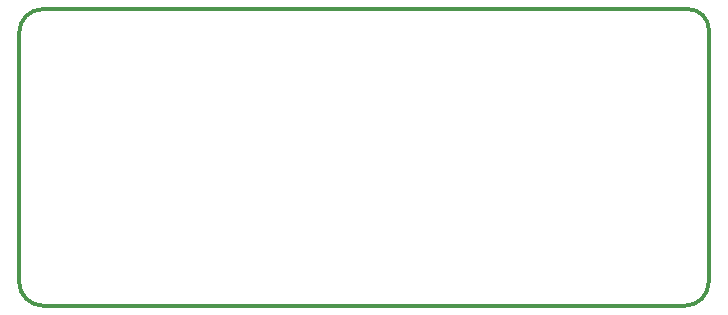
<source format=gm1>
G04*
G04 #@! TF.GenerationSoftware,Altium Limited,Altium Designer,20.0.10 (225)*
G04*
G04 Layer_Color=16711935*
%FSLAX25Y25*%
%MOIN*%
G70*
G01*
G75*
%ADD14C,0.01181*%
D14*
X486500Y401126D02*
G03*
X494374Y409000I0J7874D01*
G01*
X494424Y493057D02*
G03*
X487481Y500000I-6943J0D01*
G01*
X272400Y499974D02*
G03*
X264526Y492100I0J-7874D01*
G01*
X264500Y409000D02*
G03*
X272374Y401126I7874J0D01*
G01*
X486500Y401100D01*
Y401126D01*
X494374Y409000D02*
X494400Y408900D01*
Y492100D01*
X494402Y493045D01*
X494424Y493057D01*
X272500Y500000D02*
X487481D01*
X272400Y499974D02*
X272500Y500000D01*
X264500Y492200D02*
X264526Y492100D01*
X264500Y409000D02*
Y492200D01*
X486500Y401126D02*
G03*
X494374Y409000I0J7874D01*
G01*
X494424Y493057D02*
G03*
X487481Y500000I-6943J0D01*
G01*
X272400Y499974D02*
G03*
X264526Y492100I0J-7874D01*
G01*
X264500Y409000D02*
G03*
X272374Y401126I7874J0D01*
G01*
X486500Y401100D01*
Y401126D01*
X494374Y409000D02*
X494400Y408900D01*
Y492100D01*
X494402Y493045D01*
X494424Y493057D01*
X272500Y500000D02*
X487481D01*
X272400Y499974D02*
X272500Y500000D01*
X264500Y492200D02*
X264526Y492100D01*
X264500Y409000D02*
Y492200D01*
M02*

</source>
